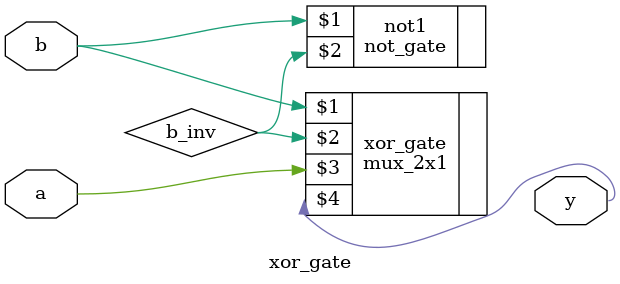
<source format=v>
module xor_gate (
	input a, b,
	output y
);

wire b_inv;
not_gate not1 (b, b_inv);

mux_2x1 xor_gate (b, b_inv, a, y);

endmodule

</source>
